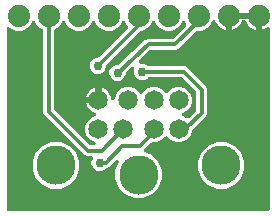
<source format=gbr>
G04 EAGLE Gerber RS-274X export*
G75*
%MOMM*%
%FSLAX34Y34*%
%LPD*%
%INBottom Copper*%
%IPPOS*%
%AMOC8*
5,1,8,0,0,1.08239X$1,22.5*%
G01*
%ADD10C,1.879600*%
%ADD11C,1.650000*%
%ADD12C,3.316000*%
%ADD13C,0.762000*%
%ADD14C,0.304800*%

G36*
X231422Y10164D02*
X231422Y10164D01*
X231448Y10162D01*
X231595Y10184D01*
X231742Y10201D01*
X231767Y10209D01*
X231793Y10213D01*
X231931Y10268D01*
X232070Y10318D01*
X232092Y10332D01*
X232117Y10342D01*
X232238Y10427D01*
X232363Y10507D01*
X232381Y10526D01*
X232403Y10541D01*
X232502Y10651D01*
X232605Y10758D01*
X232619Y10780D01*
X232636Y10800D01*
X232708Y10930D01*
X232784Y11057D01*
X232792Y11082D01*
X232805Y11105D01*
X232845Y11248D01*
X232890Y11389D01*
X232892Y11415D01*
X232900Y11440D01*
X232919Y11684D01*
X232919Y164342D01*
X232902Y164497D01*
X232888Y164651D01*
X232882Y164669D01*
X232879Y164689D01*
X232827Y164835D01*
X232778Y164982D01*
X232768Y164998D01*
X232762Y165017D01*
X232677Y165148D01*
X232597Y165279D01*
X232583Y165293D01*
X232573Y165309D01*
X232461Y165417D01*
X232352Y165528D01*
X232336Y165538D01*
X232322Y165552D01*
X232189Y165631D01*
X232058Y165714D01*
X232040Y165721D01*
X232023Y165731D01*
X231876Y165778D01*
X231729Y165829D01*
X231710Y165831D01*
X231691Y165837D01*
X231537Y165849D01*
X231382Y165866D01*
X231363Y165863D01*
X231344Y165865D01*
X231190Y165842D01*
X231036Y165823D01*
X231018Y165816D01*
X230999Y165813D01*
X230855Y165756D01*
X230709Y165702D01*
X230690Y165690D01*
X230675Y165684D01*
X230639Y165659D01*
X230501Y165575D01*
X229777Y165049D01*
X228103Y164196D01*
X226316Y163615D01*
X226059Y163575D01*
X226059Y174244D01*
X226056Y174270D01*
X226058Y174296D01*
X226036Y174443D01*
X226019Y174590D01*
X226011Y174615D01*
X226007Y174641D01*
X225952Y174778D01*
X225902Y174918D01*
X225888Y174940D01*
X225878Y174965D01*
X225793Y175086D01*
X225713Y175211D01*
X225694Y175229D01*
X225679Y175251D01*
X225569Y175350D01*
X225462Y175453D01*
X225440Y175467D01*
X225420Y175484D01*
X225290Y175556D01*
X225163Y175632D01*
X225138Y175640D01*
X225115Y175653D01*
X224972Y175693D01*
X224831Y175738D01*
X224805Y175740D01*
X224780Y175747D01*
X224536Y175767D01*
X224027Y175767D01*
X224027Y176276D01*
X224024Y176302D01*
X224026Y176328D01*
X224004Y176475D01*
X223987Y176622D01*
X223978Y176647D01*
X223974Y176673D01*
X223920Y176811D01*
X223870Y176950D01*
X223855Y176972D01*
X223846Y176997D01*
X223761Y177118D01*
X223681Y177243D01*
X223662Y177261D01*
X223647Y177283D01*
X223537Y177382D01*
X223430Y177485D01*
X223407Y177499D01*
X223388Y177516D01*
X223258Y177588D01*
X223131Y177664D01*
X223106Y177672D01*
X223083Y177685D01*
X222940Y177725D01*
X222799Y177770D01*
X222773Y177772D01*
X222748Y177780D01*
X222504Y177799D01*
X199136Y177799D01*
X199110Y177796D01*
X199084Y177798D01*
X198937Y177776D01*
X198790Y177759D01*
X198765Y177751D01*
X198739Y177747D01*
X198602Y177692D01*
X198462Y177642D01*
X198440Y177628D01*
X198415Y177618D01*
X198294Y177533D01*
X198169Y177453D01*
X198151Y177434D01*
X198129Y177419D01*
X198030Y177309D01*
X197927Y177202D01*
X197913Y177180D01*
X197896Y177160D01*
X197824Y177030D01*
X197748Y176903D01*
X197740Y176878D01*
X197727Y176855D01*
X197687Y176712D01*
X197642Y176571D01*
X197640Y176545D01*
X197633Y176520D01*
X197613Y176276D01*
X197613Y175767D01*
X197104Y175767D01*
X197078Y175764D01*
X197052Y175766D01*
X196905Y175744D01*
X196758Y175727D01*
X196733Y175718D01*
X196707Y175714D01*
X196569Y175660D01*
X196430Y175610D01*
X196408Y175595D01*
X196383Y175586D01*
X196262Y175501D01*
X196137Y175421D01*
X196119Y175402D01*
X196097Y175387D01*
X195998Y175277D01*
X195895Y175170D01*
X195881Y175147D01*
X195864Y175128D01*
X195792Y174998D01*
X195716Y174871D01*
X195708Y174846D01*
X195695Y174823D01*
X195655Y174680D01*
X195610Y174539D01*
X195607Y174513D01*
X195600Y174488D01*
X195581Y174244D01*
X195581Y163575D01*
X195324Y163615D01*
X193537Y164196D01*
X191863Y165049D01*
X190342Y166154D01*
X189014Y167482D01*
X187909Y169003D01*
X187033Y170723D01*
X187010Y170757D01*
X186994Y170794D01*
X186914Y170902D01*
X186840Y171013D01*
X186810Y171041D01*
X186786Y171074D01*
X186684Y171161D01*
X186586Y171252D01*
X186551Y171273D01*
X186520Y171299D01*
X186401Y171360D01*
X186285Y171428D01*
X186246Y171439D01*
X186210Y171458D01*
X186080Y171490D01*
X185952Y171530D01*
X185911Y171532D01*
X185871Y171542D01*
X185737Y171544D01*
X185604Y171553D01*
X185564Y171547D01*
X185523Y171547D01*
X185392Y171519D01*
X185260Y171497D01*
X185222Y171482D01*
X185182Y171473D01*
X185062Y171416D01*
X184938Y171364D01*
X184904Y171341D01*
X184868Y171323D01*
X184763Y171240D01*
X184654Y171162D01*
X184627Y171131D01*
X184595Y171106D01*
X184513Y171001D01*
X184424Y170900D01*
X184405Y170864D01*
X184379Y170832D01*
X184268Y170614D01*
X183272Y168209D01*
X179771Y164708D01*
X175196Y162813D01*
X171888Y162813D01*
X171762Y162799D01*
X171636Y162792D01*
X171589Y162779D01*
X171541Y162773D01*
X171422Y162731D01*
X171301Y162696D01*
X171259Y162672D01*
X171213Y162656D01*
X171107Y162587D01*
X170997Y162526D01*
X170951Y162486D01*
X170921Y162467D01*
X170887Y162432D01*
X170811Y162367D01*
X155697Y147253D01*
X154016Y146557D01*
X132835Y146557D01*
X132742Y146547D01*
X132649Y146546D01*
X132569Y146527D01*
X132489Y146517D01*
X132401Y146486D01*
X132310Y146464D01*
X132237Y146427D01*
X132161Y146400D01*
X132082Y146349D01*
X131999Y146307D01*
X131910Y146238D01*
X131868Y146211D01*
X131846Y146188D01*
X131806Y146157D01*
X122384Y137521D01*
X122297Y137420D01*
X122204Y137324D01*
X122183Y137289D01*
X122156Y137258D01*
X122094Y137140D01*
X122026Y137025D01*
X122013Y136986D01*
X121994Y136949D01*
X121960Y136820D01*
X121919Y136693D01*
X121916Y136652D01*
X121906Y136612D01*
X121902Y136478D01*
X121891Y136346D01*
X121897Y136305D01*
X121896Y136264D01*
X121923Y136133D01*
X121943Y136001D01*
X121958Y135963D01*
X121967Y135922D01*
X122023Y135801D01*
X122072Y135677D01*
X122095Y135643D01*
X122113Y135606D01*
X122195Y135500D01*
X122271Y135391D01*
X122301Y135364D01*
X122327Y135331D01*
X122431Y135247D01*
X122529Y135158D01*
X122566Y135138D01*
X122598Y135112D01*
X122718Y135054D01*
X122835Y134989D01*
X122874Y134978D01*
X122911Y134960D01*
X123042Y134931D01*
X123170Y134894D01*
X123221Y134890D01*
X123252Y134883D01*
X123301Y134884D01*
X123414Y134875D01*
X126332Y134875D01*
X128853Y133831D01*
X129649Y133035D01*
X129748Y132956D01*
X129842Y132872D01*
X129884Y132848D01*
X129922Y132818D01*
X130036Y132764D01*
X130147Y132703D01*
X130193Y132690D01*
X130237Y132669D01*
X130360Y132643D01*
X130482Y132608D01*
X130543Y132603D01*
X130578Y132596D01*
X130626Y132597D01*
X130726Y132589D01*
X160930Y132589D01*
X162610Y131893D01*
X179137Y115366D01*
X179833Y113686D01*
X179833Y92054D01*
X179137Y90374D01*
X177636Y88873D01*
X167715Y78952D01*
X167636Y78853D01*
X167552Y78759D01*
X167528Y78717D01*
X167498Y78679D01*
X167444Y78565D01*
X167383Y78454D01*
X167370Y78408D01*
X167349Y78364D01*
X167323Y78241D01*
X167288Y78119D01*
X167283Y78058D01*
X167276Y78023D01*
X167277Y77975D01*
X167269Y77875D01*
X167269Y77103D01*
X165549Y72950D01*
X162370Y69771D01*
X158217Y68051D01*
X153723Y68051D01*
X149570Y69771D01*
X146522Y72819D01*
X146502Y72835D01*
X146485Y72855D01*
X146365Y72944D01*
X146249Y73036D01*
X146225Y73047D01*
X146204Y73063D01*
X146068Y73121D01*
X145934Y73185D01*
X145908Y73190D01*
X145884Y73201D01*
X145738Y73227D01*
X145593Y73258D01*
X145567Y73258D01*
X145541Y73262D01*
X145393Y73255D01*
X145245Y73252D01*
X145219Y73246D01*
X145193Y73244D01*
X145051Y73203D01*
X144907Y73167D01*
X144884Y73155D01*
X144858Y73148D01*
X144729Y73075D01*
X144597Y73007D01*
X144577Y72990D01*
X144554Y72978D01*
X144368Y72819D01*
X141320Y69771D01*
X137167Y68051D01*
X133112Y68051D01*
X132986Y68037D01*
X132860Y68030D01*
X132814Y68017D01*
X132766Y68011D01*
X132647Y67969D01*
X132525Y67934D01*
X132483Y67910D01*
X132438Y67894D01*
X132332Y67825D01*
X132221Y67764D01*
X132175Y67724D01*
X132145Y67705D01*
X132139Y67698D01*
X132138Y67698D01*
X132110Y67669D01*
X132035Y67605D01*
X126647Y62218D01*
X126554Y62100D01*
X126457Y61985D01*
X126446Y61963D01*
X126431Y61945D01*
X126367Y61809D01*
X126298Y61675D01*
X126292Y61651D01*
X126282Y61629D01*
X126250Y61483D01*
X126214Y61337D01*
X126214Y61312D01*
X126208Y61289D01*
X126211Y61139D01*
X126209Y60988D01*
X126214Y60964D01*
X126214Y60940D01*
X126251Y60795D01*
X126283Y60648D01*
X126294Y60626D01*
X126299Y60602D01*
X126369Y60468D01*
X126433Y60333D01*
X126448Y60314D01*
X126459Y60292D01*
X126557Y60178D01*
X126650Y60060D01*
X126669Y60045D01*
X126685Y60027D01*
X126806Y59938D01*
X126924Y59845D01*
X126950Y59831D01*
X126965Y59820D01*
X127009Y59801D01*
X127142Y59733D01*
X133039Y57290D01*
X138560Y51769D01*
X141549Y44554D01*
X141549Y36746D01*
X138560Y29531D01*
X133039Y24010D01*
X125824Y21021D01*
X118016Y21021D01*
X110801Y24010D01*
X105280Y29531D01*
X102291Y36746D01*
X102291Y44554D01*
X105081Y51290D01*
X105095Y51339D01*
X105117Y51384D01*
X105143Y51505D01*
X105177Y51625D01*
X105179Y51676D01*
X105190Y51725D01*
X105188Y51849D01*
X105194Y51973D01*
X105185Y52023D01*
X105184Y52073D01*
X105154Y52194D01*
X105131Y52316D01*
X105111Y52362D01*
X105099Y52411D01*
X105042Y52522D01*
X104992Y52636D01*
X104962Y52676D01*
X104939Y52721D01*
X104859Y52816D01*
X104785Y52915D01*
X104746Y52948D01*
X104714Y52986D01*
X104613Y53060D01*
X104519Y53141D01*
X104474Y53164D01*
X104433Y53193D01*
X104319Y53243D01*
X104208Y53299D01*
X104159Y53312D01*
X104113Y53331D01*
X103991Y53354D01*
X103870Y53384D01*
X103820Y53384D01*
X103770Y53393D01*
X103646Y53387D01*
X103522Y53389D01*
X103472Y53378D01*
X103422Y53375D01*
X103303Y53341D01*
X103181Y53314D01*
X103136Y53293D01*
X103087Y53279D01*
X102979Y53218D01*
X102866Y53165D01*
X102827Y53133D01*
X102783Y53109D01*
X102597Y52950D01*
X98071Y48424D01*
X96570Y46923D01*
X94890Y46227D01*
X94658Y46227D01*
X94532Y46213D01*
X94406Y46206D01*
X94360Y46193D01*
X94312Y46187D01*
X94193Y46145D01*
X94071Y46110D01*
X94029Y46086D01*
X93984Y46070D01*
X93877Y46001D01*
X93767Y45940D01*
X93721Y45900D01*
X93691Y45881D01*
X93657Y45846D01*
X93581Y45781D01*
X92785Y44985D01*
X90264Y43941D01*
X87536Y43941D01*
X85015Y44985D01*
X83085Y46915D01*
X82041Y49436D01*
X82041Y52164D01*
X82918Y54281D01*
X82959Y54426D01*
X83005Y54569D01*
X83007Y54593D01*
X83014Y54616D01*
X83021Y54767D01*
X83033Y54916D01*
X83030Y54940D01*
X83031Y54964D01*
X83004Y55112D01*
X82981Y55261D01*
X82973Y55283D01*
X82968Y55307D01*
X82908Y55445D01*
X82853Y55585D01*
X82839Y55605D01*
X82829Y55627D01*
X82739Y55748D01*
X82654Y55871D01*
X82636Y55887D01*
X82621Y55907D01*
X82506Y56004D01*
X82395Y56104D01*
X82374Y56116D01*
X82355Y56132D01*
X82222Y56200D01*
X82090Y56273D01*
X82067Y56279D01*
X82045Y56290D01*
X81900Y56327D01*
X81755Y56368D01*
X81725Y56370D01*
X81707Y56375D01*
X81660Y56375D01*
X81511Y56387D01*
X77830Y56387D01*
X76150Y57083D01*
X41843Y91390D01*
X41147Y93070D01*
X41147Y162664D01*
X41139Y162740D01*
X41140Y162816D01*
X41119Y162913D01*
X41107Y163010D01*
X41082Y163082D01*
X41065Y163157D01*
X41023Y163246D01*
X40990Y163338D01*
X40948Y163403D01*
X40916Y163472D01*
X40854Y163549D01*
X40801Y163631D01*
X40746Y163684D01*
X40698Y163744D01*
X40621Y163805D01*
X40550Y163873D01*
X40485Y163913D01*
X40425Y163960D01*
X40291Y164028D01*
X40251Y164052D01*
X40233Y164058D01*
X40207Y164071D01*
X38669Y164708D01*
X35168Y168209D01*
X34427Y169998D01*
X34379Y170086D01*
X34338Y170178D01*
X34294Y170238D01*
X34258Y170303D01*
X34191Y170377D01*
X34131Y170458D01*
X34074Y170506D01*
X34024Y170561D01*
X33941Y170618D01*
X33865Y170683D01*
X33798Y170717D01*
X33737Y170759D01*
X33644Y170796D01*
X33554Y170842D01*
X33482Y170860D01*
X33413Y170887D01*
X33314Y170902D01*
X33216Y170926D01*
X33142Y170927D01*
X33068Y170938D01*
X32968Y170929D01*
X32868Y170931D01*
X32795Y170915D01*
X32721Y170909D01*
X32625Y170878D01*
X32527Y170857D01*
X32460Y170825D01*
X32389Y170802D01*
X32303Y170750D01*
X32212Y170707D01*
X32154Y170660D01*
X32091Y170622D01*
X32019Y170552D01*
X31940Y170489D01*
X31894Y170431D01*
X31841Y170379D01*
X31786Y170295D01*
X31724Y170216D01*
X31678Y170126D01*
X31652Y170086D01*
X31640Y170052D01*
X31613Y169998D01*
X30872Y168209D01*
X27371Y164708D01*
X22796Y162813D01*
X17844Y162813D01*
X13269Y164708D01*
X12761Y165217D01*
X12683Y165279D01*
X12610Y165349D01*
X12546Y165387D01*
X12488Y165433D01*
X12397Y165476D01*
X12311Y165528D01*
X12240Y165550D01*
X12173Y165582D01*
X12075Y165603D01*
X11979Y165634D01*
X11905Y165640D01*
X11832Y165656D01*
X11732Y165654D01*
X11632Y165662D01*
X11558Y165651D01*
X11484Y165650D01*
X11387Y165625D01*
X11287Y165610D01*
X11218Y165583D01*
X11146Y165565D01*
X11057Y165519D01*
X10963Y165481D01*
X10902Y165439D01*
X10836Y165405D01*
X10759Y165340D01*
X10677Y165283D01*
X10627Y165227D01*
X10571Y165179D01*
X10511Y165098D01*
X10444Y165024D01*
X10408Y164959D01*
X10363Y164899D01*
X10324Y164807D01*
X10275Y164719D01*
X10255Y164647D01*
X10225Y164579D01*
X10208Y164480D01*
X10180Y164383D01*
X10172Y164283D01*
X10164Y164236D01*
X10166Y164200D01*
X10161Y164140D01*
X10161Y11684D01*
X10164Y11658D01*
X10162Y11632D01*
X10184Y11485D01*
X10201Y11338D01*
X10209Y11313D01*
X10213Y11287D01*
X10268Y11149D01*
X10318Y11010D01*
X10332Y10988D01*
X10342Y10963D01*
X10427Y10842D01*
X10507Y10717D01*
X10526Y10699D01*
X10541Y10677D01*
X10651Y10578D01*
X10758Y10475D01*
X10780Y10461D01*
X10800Y10444D01*
X10930Y10372D01*
X11057Y10296D01*
X11082Y10288D01*
X11105Y10275D01*
X11248Y10235D01*
X11389Y10190D01*
X11415Y10188D01*
X11440Y10180D01*
X11684Y10161D01*
X231396Y10161D01*
X231422Y10164D01*
G37*
G36*
X84095Y65538D02*
X84095Y65538D01*
X84145Y65536D01*
X84268Y65558D01*
X84391Y65573D01*
X84439Y65590D01*
X84488Y65599D01*
X84602Y65648D01*
X84719Y65690D01*
X84762Y65717D01*
X84808Y65737D01*
X84908Y65812D01*
X85012Y65879D01*
X85047Y65915D01*
X85088Y65945D01*
X85168Y66040D01*
X85254Y66130D01*
X85280Y66173D01*
X85313Y66211D01*
X85369Y66322D01*
X85433Y66429D01*
X85448Y66477D01*
X85471Y66522D01*
X85501Y66642D01*
X85539Y66761D01*
X85543Y66811D01*
X85556Y66860D01*
X85557Y66984D01*
X85567Y67108D01*
X85560Y67158D01*
X85561Y67208D01*
X85534Y67330D01*
X85516Y67453D01*
X85497Y67500D01*
X85486Y67549D01*
X85433Y67661D01*
X85387Y67777D01*
X85358Y67818D01*
X85337Y67864D01*
X85259Y67961D01*
X85188Y68063D01*
X85151Y68097D01*
X85119Y68136D01*
X85022Y68213D01*
X84929Y68296D01*
X84885Y68321D01*
X84846Y68352D01*
X84628Y68463D01*
X81470Y69771D01*
X78291Y72950D01*
X76571Y77103D01*
X76571Y81597D01*
X78291Y85750D01*
X81470Y88929D01*
X85306Y90518D01*
X85446Y90595D01*
X85587Y90670D01*
X85598Y90680D01*
X85610Y90687D01*
X85729Y90794D01*
X85849Y90899D01*
X85858Y90911D01*
X85869Y90921D01*
X85960Y91053D01*
X86053Y91182D01*
X86059Y91196D01*
X86067Y91208D01*
X86125Y91356D01*
X86187Y91504D01*
X86189Y91519D01*
X86195Y91532D01*
X86218Y91690D01*
X86244Y91848D01*
X86243Y91862D01*
X86245Y91877D01*
X86232Y92036D01*
X86222Y92196D01*
X86218Y92210D01*
X86217Y92224D01*
X86167Y92376D01*
X86121Y92529D01*
X86114Y92542D01*
X86109Y92556D01*
X86027Y92693D01*
X85947Y92831D01*
X85937Y92842D01*
X85930Y92854D01*
X85818Y92969D01*
X85709Y93086D01*
X85697Y93094D01*
X85687Y93104D01*
X85552Y93191D01*
X85419Y93280D01*
X85404Y93286D01*
X85394Y93293D01*
X85357Y93305D01*
X85194Y93374D01*
X83728Y93850D01*
X82214Y94621D01*
X80840Y95619D01*
X79639Y96820D01*
X78641Y98194D01*
X77870Y99708D01*
X77417Y101101D01*
X86644Y101101D01*
X86670Y101104D01*
X86696Y101102D01*
X86843Y101124D01*
X86990Y101141D01*
X87015Y101149D01*
X87041Y101153D01*
X87178Y101208D01*
X87318Y101258D01*
X87340Y101272D01*
X87365Y101282D01*
X87486Y101367D01*
X87611Y101447D01*
X87629Y101466D01*
X87651Y101481D01*
X87750Y101591D01*
X87853Y101698D01*
X87867Y101720D01*
X87884Y101740D01*
X87956Y101870D01*
X88032Y101997D01*
X88040Y102022D01*
X88053Y102045D01*
X88093Y102188D01*
X88138Y102329D01*
X88140Y102355D01*
X88147Y102380D01*
X88167Y102624D01*
X88167Y103553D01*
X89096Y103553D01*
X89122Y103556D01*
X89148Y103554D01*
X89295Y103576D01*
X89442Y103593D01*
X89467Y103602D01*
X89493Y103606D01*
X89631Y103660D01*
X89770Y103710D01*
X89792Y103725D01*
X89817Y103734D01*
X89938Y103819D01*
X90063Y103899D01*
X90081Y103918D01*
X90103Y103933D01*
X90202Y104043D01*
X90305Y104150D01*
X90319Y104173D01*
X90336Y104192D01*
X90408Y104322D01*
X90484Y104449D01*
X90492Y104474D01*
X90505Y104497D01*
X90545Y104640D01*
X90590Y104781D01*
X90592Y104807D01*
X90600Y104832D01*
X90619Y105076D01*
X90619Y114303D01*
X92012Y113850D01*
X93526Y113079D01*
X94900Y112081D01*
X96101Y110880D01*
X97099Y109506D01*
X97870Y107992D01*
X98395Y106377D01*
X98594Y105123D01*
X98608Y105070D01*
X98615Y105015D01*
X98655Y104903D01*
X98687Y104788D01*
X98714Y104739D01*
X98732Y104687D01*
X98797Y104587D01*
X98854Y104482D01*
X98891Y104441D01*
X98921Y104395D01*
X99007Y104311D01*
X99087Y104222D01*
X99132Y104191D01*
X99172Y104152D01*
X99274Y104091D01*
X99372Y104022D01*
X99424Y104002D01*
X99471Y103974D01*
X99585Y103937D01*
X99696Y103892D01*
X99750Y103884D01*
X99803Y103867D01*
X99922Y103858D01*
X100040Y103840D01*
X100095Y103844D01*
X100150Y103839D01*
X100269Y103857D01*
X100388Y103866D01*
X100440Y103883D01*
X100495Y103891D01*
X100606Y103935D01*
X100720Y103971D01*
X100767Y103999D01*
X100819Y104020D01*
X100917Y104088D01*
X101020Y104149D01*
X101060Y104187D01*
X101105Y104219D01*
X101185Y104307D01*
X101271Y104390D01*
X101301Y104436D01*
X101338Y104477D01*
X101396Y104582D01*
X101461Y104682D01*
X101480Y104734D01*
X101507Y104782D01*
X101539Y104897D01*
X101580Y105010D01*
X101587Y105065D01*
X101602Y105118D01*
X101620Y105344D01*
X101621Y105356D01*
X101621Y105359D01*
X101621Y105362D01*
X101621Y106097D01*
X103341Y110250D01*
X106520Y113429D01*
X110673Y115149D01*
X115167Y115149D01*
X119320Y113429D01*
X122499Y110250D01*
X122513Y110216D01*
X122561Y110128D01*
X122602Y110036D01*
X122646Y109976D01*
X122682Y109912D01*
X122749Y109837D01*
X122809Y109757D01*
X122866Y109708D01*
X122916Y109653D01*
X122999Y109596D01*
X123075Y109531D01*
X123142Y109497D01*
X123203Y109455D01*
X123296Y109418D01*
X123386Y109373D01*
X123458Y109355D01*
X123527Y109327D01*
X123626Y109313D01*
X123724Y109289D01*
X123798Y109287D01*
X123872Y109277D01*
X123972Y109285D01*
X124072Y109284D01*
X124145Y109299D01*
X124219Y109306D01*
X124315Y109336D01*
X124413Y109358D01*
X124480Y109390D01*
X124551Y109413D01*
X124637Y109464D01*
X124728Y109508D01*
X124786Y109554D01*
X124849Y109592D01*
X124921Y109662D01*
X125000Y109725D01*
X125046Y109783D01*
X125099Y109835D01*
X125154Y109920D01*
X125216Y109999D01*
X125262Y110088D01*
X125288Y110128D01*
X125300Y110162D01*
X125327Y110216D01*
X125341Y110250D01*
X128520Y113429D01*
X132673Y115149D01*
X137167Y115149D01*
X141320Y113429D01*
X144368Y110381D01*
X144388Y110365D01*
X144405Y110345D01*
X144525Y110256D01*
X144641Y110164D01*
X144665Y110153D01*
X144686Y110137D01*
X144822Y110079D01*
X144956Y110015D01*
X144982Y110010D01*
X145006Y109999D01*
X145152Y109973D01*
X145297Y109942D01*
X145323Y109942D01*
X145349Y109938D01*
X145497Y109945D01*
X145645Y109948D01*
X145671Y109954D01*
X145697Y109956D01*
X145839Y109997D01*
X145983Y110033D01*
X146006Y110045D01*
X146032Y110052D01*
X146161Y110125D01*
X146293Y110193D01*
X146313Y110210D01*
X146336Y110222D01*
X146522Y110381D01*
X149570Y113429D01*
X153723Y115149D01*
X158217Y115149D01*
X162370Y113429D01*
X165549Y110250D01*
X167269Y106097D01*
X167269Y101603D01*
X165549Y97450D01*
X162370Y94271D01*
X159318Y93007D01*
X159231Y92958D01*
X159139Y92918D01*
X159079Y92874D01*
X159014Y92838D01*
X158939Y92771D01*
X158859Y92711D01*
X158811Y92654D01*
X158756Y92604D01*
X158698Y92521D01*
X158634Y92445D01*
X158600Y92378D01*
X158557Y92317D01*
X158521Y92224D01*
X158475Y92134D01*
X158457Y92062D01*
X158430Y91993D01*
X158415Y91894D01*
X158391Y91796D01*
X158390Y91722D01*
X158379Y91648D01*
X158387Y91548D01*
X158386Y91448D01*
X158402Y91375D01*
X158408Y91301D01*
X158439Y91205D01*
X158460Y91107D01*
X158492Y91040D01*
X158515Y90969D01*
X158567Y90883D01*
X158610Y90792D01*
X158656Y90734D01*
X158695Y90671D01*
X158764Y90599D01*
X158827Y90520D01*
X158886Y90474D01*
X158937Y90421D01*
X159022Y90366D01*
X159101Y90304D01*
X159190Y90258D01*
X159231Y90232D01*
X159264Y90220D01*
X159318Y90193D01*
X162370Y88929D01*
X162487Y88812D01*
X162507Y88796D01*
X162524Y88776D01*
X162644Y88687D01*
X162760Y88595D01*
X162784Y88584D01*
X162805Y88568D01*
X162941Y88510D01*
X163075Y88446D01*
X163101Y88441D01*
X163125Y88430D01*
X163271Y88404D01*
X163416Y88373D01*
X163442Y88373D01*
X163468Y88369D01*
X163616Y88376D01*
X163764Y88379D01*
X163790Y88385D01*
X163816Y88387D01*
X163958Y88428D01*
X164102Y88464D01*
X164125Y88476D01*
X164151Y88483D01*
X164280Y88556D01*
X164412Y88624D01*
X164432Y88641D01*
X164455Y88653D01*
X164641Y88812D01*
X170241Y94412D01*
X170307Y94495D01*
X170347Y94537D01*
X170356Y94551D01*
X170404Y94605D01*
X170428Y94647D01*
X170458Y94685D01*
X170512Y94799D01*
X170573Y94910D01*
X170586Y94956D01*
X170607Y95000D01*
X170633Y95123D01*
X170668Y95245D01*
X170673Y95306D01*
X170680Y95341D01*
X170679Y95389D01*
X170687Y95489D01*
X170687Y110251D01*
X170673Y110377D01*
X170666Y110503D01*
X170653Y110549D01*
X170647Y110597D01*
X170605Y110716D01*
X170570Y110838D01*
X170546Y110880D01*
X170530Y110925D01*
X170461Y111032D01*
X170400Y111142D01*
X170360Y111188D01*
X170341Y111218D01*
X170306Y111252D01*
X170241Y111328D01*
X158572Y122997D01*
X158473Y123076D01*
X158379Y123160D01*
X158337Y123184D01*
X158299Y123214D01*
X158185Y123268D01*
X158074Y123329D01*
X158028Y123342D01*
X157984Y123363D01*
X157861Y123389D01*
X157739Y123424D01*
X157678Y123429D01*
X157643Y123436D01*
X157595Y123435D01*
X157495Y123443D01*
X130726Y123443D01*
X130600Y123429D01*
X130474Y123422D01*
X130428Y123409D01*
X130380Y123403D01*
X130261Y123361D01*
X130139Y123326D01*
X130097Y123302D01*
X130052Y123286D01*
X129945Y123217D01*
X129835Y123156D01*
X129789Y123116D01*
X129759Y123097D01*
X129725Y123062D01*
X129649Y122997D01*
X128853Y122201D01*
X126332Y121157D01*
X123604Y121157D01*
X121083Y122201D01*
X119153Y124131D01*
X118109Y126652D01*
X118109Y129380D01*
X118298Y129835D01*
X118303Y129852D01*
X118311Y129867D01*
X118350Y130020D01*
X118393Y130171D01*
X118394Y130188D01*
X118399Y130204D01*
X118403Y130362D01*
X118410Y130519D01*
X118407Y130535D01*
X118408Y130553D01*
X118376Y130707D01*
X118348Y130861D01*
X118341Y130877D01*
X118338Y130894D01*
X118272Y131037D01*
X118209Y131181D01*
X118199Y131195D01*
X118192Y131211D01*
X118095Y131334D01*
X118001Y131461D01*
X117988Y131472D01*
X117977Y131486D01*
X117855Y131585D01*
X117735Y131686D01*
X117720Y131694D01*
X117706Y131705D01*
X117564Y131773D01*
X117425Y131845D01*
X117408Y131849D01*
X117393Y131856D01*
X117239Y131891D01*
X117087Y131929D01*
X117070Y131929D01*
X117053Y131933D01*
X116896Y131932D01*
X116738Y131934D01*
X116721Y131930D01*
X116704Y131930D01*
X116551Y131893D01*
X116398Y131860D01*
X116382Y131852D01*
X116365Y131848D01*
X116225Y131777D01*
X116083Y131710D01*
X116070Y131699D01*
X116054Y131691D01*
X115861Y131541D01*
X111493Y127537D01*
X111388Y127416D01*
X111282Y127298D01*
X111274Y127285D01*
X111264Y127273D01*
X111190Y127132D01*
X111113Y126993D01*
X111109Y126978D01*
X111102Y126965D01*
X111062Y126811D01*
X111018Y126658D01*
X111017Y126640D01*
X111014Y126628D01*
X111013Y126589D01*
X110999Y126414D01*
X110999Y125636D01*
X109955Y123115D01*
X108025Y121185D01*
X105504Y120141D01*
X102776Y120141D01*
X100255Y121185D01*
X98325Y123115D01*
X97281Y125636D01*
X97281Y128364D01*
X98325Y130885D01*
X100255Y132815D01*
X102776Y133859D01*
X104263Y133859D01*
X104355Y133869D01*
X104449Y133870D01*
X104528Y133889D01*
X104609Y133899D01*
X104697Y133930D01*
X104788Y133952D01*
X104860Y133989D01*
X104937Y134016D01*
X105015Y134067D01*
X105099Y134109D01*
X105188Y134178D01*
X105230Y134205D01*
X105251Y134228D01*
X105292Y134259D01*
X127276Y154411D01*
X127293Y154431D01*
X127324Y154457D01*
X127914Y155047D01*
X127974Y155077D01*
X128004Y155101D01*
X128774Y155381D01*
X128797Y155393D01*
X128836Y155405D01*
X129607Y155725D01*
X129674Y155730D01*
X129710Y155740D01*
X130530Y155704D01*
X130555Y155706D01*
X130596Y155703D01*
X150582Y155703D01*
X150707Y155717D01*
X150833Y155724D01*
X150880Y155737D01*
X150928Y155743D01*
X151047Y155785D01*
X151168Y155820D01*
X151210Y155844D01*
X151256Y155860D01*
X151362Y155929D01*
X151472Y155990D01*
X151519Y156030D01*
X151549Y156049D01*
X151582Y156084D01*
X151659Y156149D01*
X161903Y166393D01*
X161950Y166453D01*
X162005Y166506D01*
X162058Y166589D01*
X162119Y166666D01*
X162152Y166735D01*
X162193Y166799D01*
X162226Y166892D01*
X162268Y166981D01*
X162284Y167056D01*
X162310Y167128D01*
X162321Y167226D01*
X162342Y167322D01*
X162340Y167398D01*
X162349Y167474D01*
X162337Y167572D01*
X162336Y167670D01*
X162317Y167744D01*
X162308Y167820D01*
X162262Y167962D01*
X162251Y168008D01*
X162242Y168025D01*
X162233Y168053D01*
X161427Y169998D01*
X161379Y170086D01*
X161338Y170178D01*
X161294Y170238D01*
X161258Y170303D01*
X161191Y170377D01*
X161131Y170458D01*
X161074Y170506D01*
X161024Y170561D01*
X160941Y170618D01*
X160865Y170683D01*
X160798Y170717D01*
X160737Y170759D01*
X160644Y170796D01*
X160554Y170842D01*
X160482Y170860D01*
X160413Y170887D01*
X160314Y170902D01*
X160216Y170926D01*
X160142Y170927D01*
X160068Y170938D01*
X159968Y170929D01*
X159868Y170931D01*
X159795Y170915D01*
X159721Y170909D01*
X159625Y170878D01*
X159527Y170857D01*
X159460Y170825D01*
X159389Y170802D01*
X159303Y170750D01*
X159212Y170707D01*
X159154Y170660D01*
X159091Y170622D01*
X159019Y170552D01*
X158940Y170489D01*
X158894Y170431D01*
X158841Y170379D01*
X158786Y170295D01*
X158724Y170216D01*
X158678Y170126D01*
X158652Y170086D01*
X158640Y170052D01*
X158613Y169998D01*
X157872Y168209D01*
X154371Y164708D01*
X149796Y162813D01*
X144844Y162813D01*
X140269Y164708D01*
X136768Y168209D01*
X136027Y169998D01*
X135979Y170086D01*
X135938Y170178D01*
X135894Y170238D01*
X135858Y170303D01*
X135791Y170377D01*
X135731Y170458D01*
X135674Y170506D01*
X135624Y170561D01*
X135541Y170618D01*
X135465Y170683D01*
X135398Y170717D01*
X135337Y170759D01*
X135244Y170796D01*
X135154Y170842D01*
X135082Y170860D01*
X135013Y170887D01*
X134914Y170902D01*
X134816Y170926D01*
X134742Y170927D01*
X134668Y170938D01*
X134568Y170929D01*
X134468Y170931D01*
X134395Y170915D01*
X134321Y170909D01*
X134225Y170878D01*
X134127Y170857D01*
X134060Y170825D01*
X133989Y170802D01*
X133903Y170750D01*
X133812Y170707D01*
X133754Y170660D01*
X133691Y170622D01*
X133619Y170552D01*
X133540Y170489D01*
X133494Y170431D01*
X133441Y170379D01*
X133386Y170295D01*
X133324Y170216D01*
X133278Y170126D01*
X133252Y170086D01*
X133240Y170052D01*
X133213Y169998D01*
X132472Y168209D01*
X128971Y164708D01*
X124396Y162813D01*
X124191Y162813D01*
X124065Y162799D01*
X123939Y162792D01*
X123893Y162779D01*
X123845Y162773D01*
X123726Y162731D01*
X123604Y162696D01*
X123562Y162672D01*
X123517Y162656D01*
X123410Y162587D01*
X123300Y162526D01*
X123254Y162486D01*
X123224Y162467D01*
X123190Y162432D01*
X123114Y162367D01*
X94681Y133934D01*
X94602Y133835D01*
X94518Y133741D01*
X94494Y133699D01*
X94464Y133661D01*
X94410Y133547D01*
X94349Y133436D01*
X94336Y133390D01*
X94315Y133346D01*
X94289Y133223D01*
X94254Y133101D01*
X94249Y133040D01*
X94242Y133005D01*
X94243Y132957D01*
X94235Y132857D01*
X94235Y131732D01*
X93191Y129211D01*
X91261Y127281D01*
X88740Y126237D01*
X86012Y126237D01*
X83491Y127281D01*
X81561Y129211D01*
X80517Y131732D01*
X80517Y134460D01*
X81561Y136981D01*
X83491Y138911D01*
X86012Y139955D01*
X87137Y139955D01*
X87263Y139969D01*
X87389Y139976D01*
X87435Y139989D01*
X87483Y139995D01*
X87602Y140037D01*
X87724Y140072D01*
X87766Y140096D01*
X87811Y140112D01*
X87918Y140181D01*
X88028Y140242D01*
X88074Y140282D01*
X88104Y140301D01*
X88138Y140336D01*
X88214Y140401D01*
X112618Y164805D01*
X112635Y164826D01*
X112655Y164843D01*
X112743Y164962D01*
X112835Y165078D01*
X112846Y165102D01*
X112862Y165123D01*
X112921Y165259D01*
X112984Y165393D01*
X112989Y165419D01*
X113000Y165443D01*
X113026Y165589D01*
X113057Y165734D01*
X113057Y165760D01*
X113061Y165786D01*
X113054Y165935D01*
X113051Y166082D01*
X113045Y166108D01*
X113044Y166134D01*
X113002Y166277D01*
X112966Y166420D01*
X112954Y166444D01*
X112947Y166469D01*
X112875Y166598D01*
X112807Y166730D01*
X112790Y166750D01*
X112777Y166773D01*
X112618Y166959D01*
X111368Y168209D01*
X110627Y169998D01*
X110579Y170086D01*
X110538Y170178D01*
X110494Y170238D01*
X110458Y170303D01*
X110391Y170377D01*
X110331Y170458D01*
X110274Y170506D01*
X110224Y170561D01*
X110141Y170618D01*
X110065Y170683D01*
X109998Y170717D01*
X109937Y170759D01*
X109844Y170796D01*
X109754Y170842D01*
X109682Y170860D01*
X109613Y170887D01*
X109514Y170902D01*
X109416Y170926D01*
X109342Y170927D01*
X109268Y170938D01*
X109168Y170929D01*
X109068Y170931D01*
X108995Y170915D01*
X108921Y170909D01*
X108825Y170878D01*
X108727Y170857D01*
X108660Y170825D01*
X108589Y170802D01*
X108503Y170750D01*
X108412Y170707D01*
X108354Y170660D01*
X108291Y170622D01*
X108219Y170552D01*
X108140Y170489D01*
X108094Y170431D01*
X108041Y170379D01*
X107986Y170295D01*
X107924Y170216D01*
X107878Y170126D01*
X107852Y170086D01*
X107840Y170052D01*
X107813Y169998D01*
X107072Y168209D01*
X103571Y164708D01*
X98996Y162813D01*
X94044Y162813D01*
X89469Y164708D01*
X85968Y168209D01*
X85227Y169998D01*
X85179Y170086D01*
X85138Y170178D01*
X85094Y170238D01*
X85058Y170303D01*
X84991Y170377D01*
X84931Y170458D01*
X84874Y170506D01*
X84824Y170561D01*
X84741Y170618D01*
X84665Y170683D01*
X84598Y170717D01*
X84537Y170759D01*
X84444Y170796D01*
X84354Y170842D01*
X84282Y170860D01*
X84213Y170887D01*
X84114Y170902D01*
X84016Y170926D01*
X83942Y170927D01*
X83868Y170938D01*
X83768Y170929D01*
X83668Y170931D01*
X83595Y170915D01*
X83521Y170909D01*
X83425Y170878D01*
X83327Y170857D01*
X83260Y170825D01*
X83189Y170802D01*
X83103Y170750D01*
X83012Y170707D01*
X82954Y170660D01*
X82891Y170622D01*
X82819Y170552D01*
X82740Y170489D01*
X82694Y170431D01*
X82641Y170379D01*
X82586Y170295D01*
X82524Y170216D01*
X82478Y170126D01*
X82452Y170086D01*
X82440Y170052D01*
X82413Y169998D01*
X81672Y168209D01*
X78171Y164708D01*
X73596Y162813D01*
X68644Y162813D01*
X64069Y164708D01*
X60568Y168209D01*
X59827Y169998D01*
X59779Y170086D01*
X59738Y170178D01*
X59694Y170238D01*
X59658Y170303D01*
X59591Y170377D01*
X59531Y170458D01*
X59474Y170506D01*
X59424Y170561D01*
X59341Y170618D01*
X59265Y170683D01*
X59198Y170717D01*
X59137Y170759D01*
X59044Y170796D01*
X58954Y170842D01*
X58882Y170860D01*
X58813Y170887D01*
X58714Y170902D01*
X58616Y170926D01*
X58542Y170927D01*
X58468Y170938D01*
X58368Y170929D01*
X58268Y170931D01*
X58195Y170915D01*
X58121Y170909D01*
X58025Y170878D01*
X57927Y170857D01*
X57860Y170825D01*
X57789Y170802D01*
X57703Y170750D01*
X57612Y170707D01*
X57554Y170660D01*
X57491Y170622D01*
X57419Y170552D01*
X57340Y170489D01*
X57294Y170431D01*
X57241Y170379D01*
X57186Y170295D01*
X57124Y170216D01*
X57078Y170126D01*
X57052Y170086D01*
X57040Y170052D01*
X57013Y169998D01*
X56272Y168209D01*
X52771Y164708D01*
X51233Y164071D01*
X51166Y164034D01*
X51095Y164006D01*
X51015Y163950D01*
X50928Y163902D01*
X50872Y163851D01*
X50809Y163807D01*
X50743Y163734D01*
X50670Y163668D01*
X50627Y163605D01*
X50576Y163548D01*
X50528Y163462D01*
X50472Y163381D01*
X50444Y163310D01*
X50407Y163243D01*
X50380Y163148D01*
X50344Y163057D01*
X50333Y162981D01*
X50312Y162908D01*
X50300Y162759D01*
X50293Y162712D01*
X50295Y162693D01*
X50293Y162664D01*
X50293Y96505D01*
X50307Y96379D01*
X50314Y96253D01*
X50327Y96207D01*
X50333Y96159D01*
X50375Y96040D01*
X50410Y95918D01*
X50434Y95876D01*
X50450Y95831D01*
X50519Y95724D01*
X50580Y95614D01*
X50620Y95568D01*
X50639Y95538D01*
X50674Y95504D01*
X50739Y95428D01*
X80188Y65979D01*
X80287Y65900D01*
X80381Y65816D01*
X80423Y65792D01*
X80461Y65762D01*
X80575Y65708D01*
X80686Y65647D01*
X80732Y65634D01*
X80776Y65613D01*
X80899Y65587D01*
X81021Y65552D01*
X81082Y65547D01*
X81117Y65540D01*
X81165Y65541D01*
X81265Y65533D01*
X84045Y65533D01*
X84095Y65538D01*
G37*
%LPC*%
G36*
X48016Y29021D02*
X48016Y29021D01*
X40801Y32010D01*
X35280Y37531D01*
X32291Y44746D01*
X32291Y52554D01*
X35280Y59769D01*
X40801Y65290D01*
X48016Y68279D01*
X55824Y68279D01*
X63039Y65290D01*
X68560Y59769D01*
X71549Y52554D01*
X71549Y44746D01*
X68560Y37531D01*
X63039Y32010D01*
X55824Y29021D01*
X48016Y29021D01*
G37*
%LPD*%
%LPC*%
G36*
X188016Y29021D02*
X188016Y29021D01*
X180801Y32010D01*
X175280Y37531D01*
X172291Y44746D01*
X172291Y52554D01*
X175280Y59769D01*
X180801Y65290D01*
X188016Y68279D01*
X195824Y68279D01*
X203039Y65290D01*
X208560Y59769D01*
X211549Y52554D01*
X211549Y44746D01*
X208560Y37531D01*
X203039Y32010D01*
X195824Y29021D01*
X188016Y29021D01*
G37*
%LPD*%
%LPC*%
G36*
X200659Y172721D02*
X200659Y172721D01*
X220981Y172721D01*
X220981Y163575D01*
X220724Y163615D01*
X218937Y164196D01*
X217263Y165049D01*
X215742Y166154D01*
X214414Y167482D01*
X213309Y169003D01*
X212456Y170677D01*
X212269Y171253D01*
X212250Y171295D01*
X212238Y171339D01*
X212177Y171453D01*
X212124Y171570D01*
X212096Y171606D01*
X212075Y171647D01*
X211990Y171744D01*
X211911Y171846D01*
X211875Y171875D01*
X211845Y171909D01*
X211741Y171984D01*
X211640Y172066D01*
X211599Y172086D01*
X211562Y172113D01*
X211443Y172162D01*
X211327Y172219D01*
X211283Y172229D01*
X211241Y172247D01*
X211113Y172268D01*
X210987Y172297D01*
X210942Y172297D01*
X210897Y172304D01*
X210768Y172296D01*
X210639Y172295D01*
X210595Y172285D01*
X210549Y172282D01*
X210426Y172244D01*
X210300Y172214D01*
X210259Y172194D01*
X210216Y172181D01*
X210104Y172117D01*
X209988Y172059D01*
X209953Y172030D01*
X209914Y172007D01*
X209819Y171919D01*
X209720Y171836D01*
X209692Y171800D01*
X209659Y171769D01*
X209587Y171661D01*
X209509Y171559D01*
X209491Y171517D01*
X209465Y171479D01*
X209371Y171253D01*
X209184Y170677D01*
X208331Y169003D01*
X207226Y167482D01*
X205898Y166154D01*
X204377Y165049D01*
X202703Y164196D01*
X200916Y163615D01*
X200659Y163575D01*
X200659Y172721D01*
G37*
%LPD*%
%LPC*%
G36*
X77417Y106599D02*
X77417Y106599D01*
X77870Y107992D01*
X78641Y109506D01*
X79639Y110880D01*
X80840Y112081D01*
X82214Y113079D01*
X83728Y113850D01*
X85121Y114303D01*
X85121Y106599D01*
X77417Y106599D01*
G37*
%LPD*%
D10*
X20320Y175260D03*
X45720Y175260D03*
X71120Y175260D03*
X96520Y175260D03*
X121920Y175260D03*
X147320Y175260D03*
X172720Y175260D03*
X198120Y175260D03*
X223520Y175260D03*
D11*
X87870Y103850D03*
X155970Y79350D03*
X87870Y79350D03*
D12*
X121920Y40650D03*
X51920Y48650D03*
X191920Y48650D03*
D11*
X155970Y103850D03*
X134920Y79350D03*
X109020Y79350D03*
X134920Y103850D03*
X112920Y103850D03*
D13*
X88900Y50800D03*
D14*
X93980Y50800D02*
X108204Y65024D01*
X93980Y50800D02*
X88900Y50800D01*
X108204Y65024D02*
X122987Y65024D01*
X134920Y76957D02*
X134920Y79350D01*
X134920Y76957D02*
X122987Y65024D01*
X45720Y93980D02*
X45720Y175260D01*
X45720Y93980D02*
X78740Y60960D01*
X90630Y60960D01*
X109020Y79350D01*
X156972Y80772D02*
X163068Y80772D01*
X175260Y92964D01*
X175260Y112776D01*
X160020Y128016D01*
X124968Y128016D01*
X156972Y80772D02*
X155970Y79350D01*
D13*
X124968Y128016D03*
D14*
X87376Y133096D02*
X121920Y167640D01*
X121920Y175260D01*
D13*
X87376Y133096D03*
X104140Y127000D03*
D14*
X130464Y151130D01*
X153107Y151130D01*
X172720Y170743D02*
X172720Y175260D01*
X172720Y170743D02*
X153107Y151130D01*
D13*
X30480Y137160D03*
X60960Y137160D03*
M02*

</source>
